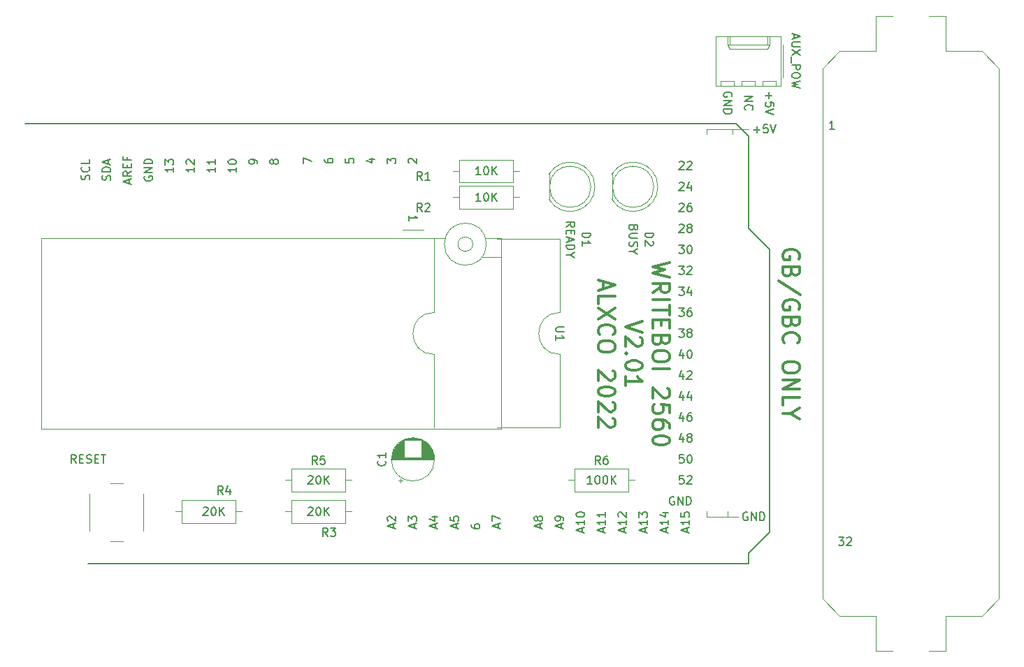
<source format=gbr>
%TF.GenerationSoftware,KiCad,Pcbnew,(5.1.7)-1*%
%TF.CreationDate,2022-07-04T22:32:28-03:00*%
%TF.ProjectId,progshield,70726f67-7368-4696-956c-642e6b696361,rev?*%
%TF.SameCoordinates,Original*%
%TF.FileFunction,Legend,Top*%
%TF.FilePolarity,Positive*%
%FSLAX46Y46*%
G04 Gerber Fmt 4.6, Leading zero omitted, Abs format (unit mm)*
G04 Created by KiCad (PCBNEW (5.1.7)-1) date 2022-07-04 22:32:28*
%MOMM*%
%LPD*%
G01*
G04 APERTURE LIST*
%ADD10C,0.300000*%
%ADD11C,0.120000*%
%ADD12C,0.150000*%
G04 APERTURE END LIST*
D10*
X119965238Y-54944761D02*
X117965238Y-55420952D01*
X119393809Y-55801904D01*
X117965238Y-56182857D01*
X119965238Y-56659047D01*
X117965238Y-58563809D02*
X118917619Y-57897142D01*
X117965238Y-57420952D02*
X119965238Y-57420952D01*
X119965238Y-58182857D01*
X119870000Y-58373333D01*
X119774761Y-58468571D01*
X119584285Y-58563809D01*
X119298571Y-58563809D01*
X119108095Y-58468571D01*
X119012857Y-58373333D01*
X118917619Y-58182857D01*
X118917619Y-57420952D01*
X117965238Y-59420952D02*
X119965238Y-59420952D01*
X119965238Y-60087619D02*
X119965238Y-61230476D01*
X117965238Y-60659047D02*
X119965238Y-60659047D01*
X119012857Y-61897142D02*
X119012857Y-62563809D01*
X117965238Y-62849523D02*
X117965238Y-61897142D01*
X119965238Y-61897142D01*
X119965238Y-62849523D01*
X119012857Y-64373333D02*
X118917619Y-64659047D01*
X118822380Y-64754285D01*
X118631904Y-64849523D01*
X118346190Y-64849523D01*
X118155714Y-64754285D01*
X118060476Y-64659047D01*
X117965238Y-64468571D01*
X117965238Y-63706666D01*
X119965238Y-63706666D01*
X119965238Y-64373333D01*
X119870000Y-64563809D01*
X119774761Y-64659047D01*
X119584285Y-64754285D01*
X119393809Y-64754285D01*
X119203333Y-64659047D01*
X119108095Y-64563809D01*
X119012857Y-64373333D01*
X119012857Y-63706666D01*
X119965238Y-66087619D02*
X119965238Y-66468571D01*
X119870000Y-66659047D01*
X119679523Y-66849523D01*
X119298571Y-66944761D01*
X118631904Y-66944761D01*
X118250952Y-66849523D01*
X118060476Y-66659047D01*
X117965238Y-66468571D01*
X117965238Y-66087619D01*
X118060476Y-65897142D01*
X118250952Y-65706666D01*
X118631904Y-65611428D01*
X119298571Y-65611428D01*
X119679523Y-65706666D01*
X119870000Y-65897142D01*
X119965238Y-66087619D01*
X117965238Y-67801904D02*
X119965238Y-67801904D01*
X119774761Y-70182857D02*
X119870000Y-70278095D01*
X119965238Y-70468571D01*
X119965238Y-70944761D01*
X119870000Y-71135238D01*
X119774761Y-71230476D01*
X119584285Y-71325714D01*
X119393809Y-71325714D01*
X119108095Y-71230476D01*
X117965238Y-70087619D01*
X117965238Y-71325714D01*
X119965238Y-73135238D02*
X119965238Y-72182857D01*
X119012857Y-72087619D01*
X119108095Y-72182857D01*
X119203333Y-72373333D01*
X119203333Y-72849523D01*
X119108095Y-73039999D01*
X119012857Y-73135238D01*
X118822380Y-73230476D01*
X118346190Y-73230476D01*
X118155714Y-73135238D01*
X118060476Y-73039999D01*
X117965238Y-72849523D01*
X117965238Y-72373333D01*
X118060476Y-72182857D01*
X118155714Y-72087619D01*
X119965238Y-74944761D02*
X119965238Y-74563809D01*
X119870000Y-74373333D01*
X119774761Y-74278095D01*
X119489047Y-74087619D01*
X119108095Y-73992380D01*
X118346190Y-73992380D01*
X118155714Y-74087619D01*
X118060476Y-74182857D01*
X117965238Y-74373333D01*
X117965238Y-74754285D01*
X118060476Y-74944761D01*
X118155714Y-75039999D01*
X118346190Y-75135238D01*
X118822380Y-75135238D01*
X119012857Y-75039999D01*
X119108095Y-74944761D01*
X119203333Y-74754285D01*
X119203333Y-74373333D01*
X119108095Y-74182857D01*
X119012857Y-74087619D01*
X118822380Y-73992380D01*
X119965238Y-76373333D02*
X119965238Y-76563809D01*
X119870000Y-76754285D01*
X119774761Y-76849523D01*
X119584285Y-76944761D01*
X119203333Y-77039999D01*
X118727142Y-77039999D01*
X118346190Y-76944761D01*
X118155714Y-76849523D01*
X118060476Y-76754285D01*
X117965238Y-76563809D01*
X117965238Y-76373333D01*
X118060476Y-76182857D01*
X118155714Y-76087619D01*
X118346190Y-75992380D01*
X118727142Y-75897142D01*
X119203333Y-75897142D01*
X119584285Y-75992380D01*
X119774761Y-76087619D01*
X119870000Y-76182857D01*
X119965238Y-76373333D01*
X116665238Y-62040000D02*
X114665238Y-62706666D01*
X116665238Y-63373333D01*
X116474761Y-63944761D02*
X116570000Y-64040000D01*
X116665238Y-64230476D01*
X116665238Y-64706666D01*
X116570000Y-64897142D01*
X116474761Y-64992380D01*
X116284285Y-65087619D01*
X116093809Y-65087619D01*
X115808095Y-64992380D01*
X114665238Y-63849523D01*
X114665238Y-65087619D01*
X114855714Y-65944761D02*
X114760476Y-66040000D01*
X114665238Y-65944761D01*
X114760476Y-65849523D01*
X114855714Y-65944761D01*
X114665238Y-65944761D01*
X116665238Y-67278095D02*
X116665238Y-67468571D01*
X116570000Y-67659047D01*
X116474761Y-67754285D01*
X116284285Y-67849523D01*
X115903333Y-67944761D01*
X115427142Y-67944761D01*
X115046190Y-67849523D01*
X114855714Y-67754285D01*
X114760476Y-67659047D01*
X114665238Y-67468571D01*
X114665238Y-67278095D01*
X114760476Y-67087619D01*
X114855714Y-66992380D01*
X115046190Y-66897142D01*
X115427142Y-66801904D01*
X115903333Y-66801904D01*
X116284285Y-66897142D01*
X116474761Y-66992380D01*
X116570000Y-67087619D01*
X116665238Y-67278095D01*
X114665238Y-69849523D02*
X114665238Y-68706666D01*
X114665238Y-69278095D02*
X116665238Y-69278095D01*
X116379523Y-69087619D01*
X116189047Y-68897142D01*
X116093809Y-68706666D01*
X111936666Y-57182857D02*
X111936666Y-58135238D01*
X111365238Y-56992380D02*
X113365238Y-57659047D01*
X111365238Y-58325714D01*
X111365238Y-59944761D02*
X111365238Y-58992380D01*
X113365238Y-58992380D01*
X113365238Y-60420952D02*
X111365238Y-61754285D01*
X113365238Y-61754285D02*
X111365238Y-60420952D01*
X111555714Y-63659047D02*
X111460476Y-63563809D01*
X111365238Y-63278095D01*
X111365238Y-63087619D01*
X111460476Y-62801904D01*
X111650952Y-62611428D01*
X111841428Y-62516190D01*
X112222380Y-62420952D01*
X112508095Y-62420952D01*
X112889047Y-62516190D01*
X113079523Y-62611428D01*
X113270000Y-62801904D01*
X113365238Y-63087619D01*
X113365238Y-63278095D01*
X113270000Y-63563809D01*
X113174761Y-63659047D01*
X113365238Y-64897142D02*
X113365238Y-65278095D01*
X113270000Y-65468571D01*
X113079523Y-65659047D01*
X112698571Y-65754285D01*
X112031904Y-65754285D01*
X111650952Y-65659047D01*
X111460476Y-65468571D01*
X111365238Y-65278095D01*
X111365238Y-64897142D01*
X111460476Y-64706666D01*
X111650952Y-64516190D01*
X112031904Y-64420952D01*
X112698571Y-64420952D01*
X113079523Y-64516190D01*
X113270000Y-64706666D01*
X113365238Y-64897142D01*
X113174761Y-68040000D02*
X113270000Y-68135238D01*
X113365238Y-68325714D01*
X113365238Y-68801904D01*
X113270000Y-68992380D01*
X113174761Y-69087619D01*
X112984285Y-69182857D01*
X112793809Y-69182857D01*
X112508095Y-69087619D01*
X111365238Y-67944761D01*
X111365238Y-69182857D01*
X113365238Y-70420952D02*
X113365238Y-70611428D01*
X113270000Y-70801904D01*
X113174761Y-70897142D01*
X112984285Y-70992380D01*
X112603333Y-71087619D01*
X112127142Y-71087619D01*
X111746190Y-70992380D01*
X111555714Y-70897142D01*
X111460476Y-70801904D01*
X111365238Y-70611428D01*
X111365238Y-70420952D01*
X111460476Y-70230476D01*
X111555714Y-70135238D01*
X111746190Y-70040000D01*
X112127142Y-69944761D01*
X112603333Y-69944761D01*
X112984285Y-70040000D01*
X113174761Y-70135238D01*
X113270000Y-70230476D01*
X113365238Y-70420952D01*
X113174761Y-71849523D02*
X113270000Y-71944761D01*
X113365238Y-72135238D01*
X113365238Y-72611428D01*
X113270000Y-72801904D01*
X113174761Y-72897142D01*
X112984285Y-72992380D01*
X112793809Y-72992380D01*
X112508095Y-72897142D01*
X111365238Y-71754285D01*
X111365238Y-72992380D01*
X113174761Y-73754285D02*
X113270000Y-73849523D01*
X113365238Y-74040000D01*
X113365238Y-74516190D01*
X113270000Y-74706666D01*
X113174761Y-74801904D01*
X112984285Y-74897142D01*
X112793809Y-74897142D01*
X112508095Y-74801904D01*
X111365238Y-73659047D01*
X111365238Y-74897142D01*
X135620000Y-54452380D02*
X135715238Y-54261904D01*
X135715238Y-53976190D01*
X135620000Y-53690476D01*
X135429523Y-53500000D01*
X135239047Y-53404761D01*
X134858095Y-53309523D01*
X134572380Y-53309523D01*
X134191428Y-53404761D01*
X134000952Y-53500000D01*
X133810476Y-53690476D01*
X133715238Y-53976190D01*
X133715238Y-54166666D01*
X133810476Y-54452380D01*
X133905714Y-54547619D01*
X134572380Y-54547619D01*
X134572380Y-54166666D01*
X134762857Y-56071428D02*
X134667619Y-56357142D01*
X134572380Y-56452380D01*
X134381904Y-56547619D01*
X134096190Y-56547619D01*
X133905714Y-56452380D01*
X133810476Y-56357142D01*
X133715238Y-56166666D01*
X133715238Y-55404761D01*
X135715238Y-55404761D01*
X135715238Y-56071428D01*
X135620000Y-56261904D01*
X135524761Y-56357142D01*
X135334285Y-56452380D01*
X135143809Y-56452380D01*
X134953333Y-56357142D01*
X134858095Y-56261904D01*
X134762857Y-56071428D01*
X134762857Y-55404761D01*
X135810476Y-58833333D02*
X133239047Y-57119047D01*
X135620000Y-60547619D02*
X135715238Y-60357142D01*
X135715238Y-60071428D01*
X135620000Y-59785714D01*
X135429523Y-59595238D01*
X135239047Y-59500000D01*
X134858095Y-59404761D01*
X134572380Y-59404761D01*
X134191428Y-59500000D01*
X134000952Y-59595238D01*
X133810476Y-59785714D01*
X133715238Y-60071428D01*
X133715238Y-60261904D01*
X133810476Y-60547619D01*
X133905714Y-60642857D01*
X134572380Y-60642857D01*
X134572380Y-60261904D01*
X134762857Y-62166666D02*
X134667619Y-62452380D01*
X134572380Y-62547619D01*
X134381904Y-62642857D01*
X134096190Y-62642857D01*
X133905714Y-62547619D01*
X133810476Y-62452380D01*
X133715238Y-62261904D01*
X133715238Y-61500000D01*
X135715238Y-61500000D01*
X135715238Y-62166666D01*
X135620000Y-62357142D01*
X135524761Y-62452380D01*
X135334285Y-62547619D01*
X135143809Y-62547619D01*
X134953333Y-62452380D01*
X134858095Y-62357142D01*
X134762857Y-62166666D01*
X134762857Y-61500000D01*
X133905714Y-64642857D02*
X133810476Y-64547619D01*
X133715238Y-64261904D01*
X133715238Y-64071428D01*
X133810476Y-63785714D01*
X134000952Y-63595238D01*
X134191428Y-63500000D01*
X134572380Y-63404761D01*
X134858095Y-63404761D01*
X135239047Y-63500000D01*
X135429523Y-63595238D01*
X135620000Y-63785714D01*
X135715238Y-64071428D01*
X135715238Y-64261904D01*
X135620000Y-64547619D01*
X135524761Y-64642857D01*
X135715238Y-67404761D02*
X135715238Y-67785714D01*
X135620000Y-67976190D01*
X135429523Y-68166666D01*
X135048571Y-68261904D01*
X134381904Y-68261904D01*
X134000952Y-68166666D01*
X133810476Y-67976190D01*
X133715238Y-67785714D01*
X133715238Y-67404761D01*
X133810476Y-67214285D01*
X134000952Y-67023809D01*
X134381904Y-66928571D01*
X135048571Y-66928571D01*
X135429523Y-67023809D01*
X135620000Y-67214285D01*
X135715238Y-67404761D01*
X133715238Y-69119047D02*
X135715238Y-69119047D01*
X133715238Y-70261904D01*
X135715238Y-70261904D01*
X133715238Y-72166666D02*
X133715238Y-71214285D01*
X135715238Y-71214285D01*
X134667619Y-73214285D02*
X133715238Y-73214285D01*
X135715238Y-72547619D02*
X134667619Y-73214285D01*
X135715238Y-73880952D01*
D11*
X127000000Y-85090000D02*
X127000000Y-85725000D01*
X124460000Y-85725000D02*
X128270000Y-85725000D01*
X124460000Y-85090000D02*
X124460000Y-85725000D01*
D12*
X127500000Y-34798095D02*
X127547619Y-34702857D01*
X127547619Y-34560000D01*
X127500000Y-34417142D01*
X127404761Y-34321904D01*
X127309523Y-34274285D01*
X127119047Y-34226666D01*
X126976190Y-34226666D01*
X126785714Y-34274285D01*
X126690476Y-34321904D01*
X126595238Y-34417142D01*
X126547619Y-34560000D01*
X126547619Y-34655238D01*
X126595238Y-34798095D01*
X126642857Y-34845714D01*
X126976190Y-34845714D01*
X126976190Y-34655238D01*
X126547619Y-35274285D02*
X127547619Y-35274285D01*
X126547619Y-35845714D01*
X127547619Y-35845714D01*
X126547619Y-36321904D02*
X127547619Y-36321904D01*
X127547619Y-36560000D01*
X127500000Y-36702857D01*
X127404761Y-36798095D01*
X127309523Y-36845714D01*
X127119047Y-36893333D01*
X126976190Y-36893333D01*
X126785714Y-36845714D01*
X126690476Y-36798095D01*
X126595238Y-36702857D01*
X126547619Y-36560000D01*
X126547619Y-36321904D01*
X129087619Y-34774285D02*
X130087619Y-34774285D01*
X129087619Y-35345714D01*
X130087619Y-35345714D01*
X129182857Y-36393333D02*
X129135238Y-36345714D01*
X129087619Y-36202857D01*
X129087619Y-36107619D01*
X129135238Y-35964761D01*
X129230476Y-35869523D01*
X129325714Y-35821904D01*
X129516190Y-35774285D01*
X129659047Y-35774285D01*
X129849523Y-35821904D01*
X129944761Y-35869523D01*
X130040000Y-35964761D01*
X130087619Y-36107619D01*
X130087619Y-36202857D01*
X130040000Y-36345714D01*
X129992380Y-36393333D01*
X132008571Y-34274285D02*
X132008571Y-35036190D01*
X131627619Y-34655238D02*
X132389523Y-34655238D01*
X132627619Y-35988571D02*
X132627619Y-35512380D01*
X132151428Y-35464761D01*
X132199047Y-35512380D01*
X132246666Y-35607619D01*
X132246666Y-35845714D01*
X132199047Y-35940952D01*
X132151428Y-35988571D01*
X132056190Y-36036190D01*
X131818095Y-36036190D01*
X131722857Y-35988571D01*
X131675238Y-35940952D01*
X131627619Y-35845714D01*
X131627619Y-35607619D01*
X131675238Y-35512380D01*
X131722857Y-35464761D01*
X132627619Y-36321904D02*
X131627619Y-36655238D01*
X132627619Y-36988571D01*
X135088333Y-27265714D02*
X135088333Y-27741904D01*
X134802619Y-27170476D02*
X135802619Y-27503809D01*
X134802619Y-27837142D01*
X135802619Y-28170476D02*
X134993095Y-28170476D01*
X134897857Y-28218095D01*
X134850238Y-28265714D01*
X134802619Y-28360952D01*
X134802619Y-28551428D01*
X134850238Y-28646666D01*
X134897857Y-28694285D01*
X134993095Y-28741904D01*
X135802619Y-28741904D01*
X135802619Y-29122857D02*
X134802619Y-29789523D01*
X135802619Y-29789523D02*
X134802619Y-29122857D01*
X134707380Y-29932380D02*
X134707380Y-30694285D01*
X134802619Y-30932380D02*
X135802619Y-30932380D01*
X135802619Y-31313333D01*
X135755000Y-31408571D01*
X135707380Y-31456190D01*
X135612142Y-31503809D01*
X135469285Y-31503809D01*
X135374047Y-31456190D01*
X135326428Y-31408571D01*
X135278809Y-31313333D01*
X135278809Y-30932380D01*
X135802619Y-32122857D02*
X135802619Y-32313333D01*
X135755000Y-32408571D01*
X135659761Y-32503809D01*
X135469285Y-32551428D01*
X135135952Y-32551428D01*
X134945476Y-32503809D01*
X134850238Y-32408571D01*
X134802619Y-32313333D01*
X134802619Y-32122857D01*
X134850238Y-32027619D01*
X134945476Y-31932380D01*
X135135952Y-31884761D01*
X135469285Y-31884761D01*
X135659761Y-31932380D01*
X135755000Y-32027619D01*
X135802619Y-32122857D01*
X135802619Y-32884761D02*
X134802619Y-33122857D01*
X135516904Y-33313333D01*
X134802619Y-33503809D01*
X135802619Y-33741904D01*
X95972380Y-86677523D02*
X95972380Y-86868000D01*
X96020000Y-86963238D01*
X96067619Y-87010857D01*
X96210476Y-87106095D01*
X96400952Y-87153714D01*
X96781904Y-87153714D01*
X96877142Y-87106095D01*
X96924761Y-87058476D01*
X96972380Y-86963238D01*
X96972380Y-86772761D01*
X96924761Y-86677523D01*
X96877142Y-86629904D01*
X96781904Y-86582285D01*
X96543809Y-86582285D01*
X96448571Y-86629904D01*
X96400952Y-86677523D01*
X96353333Y-86772761D01*
X96353333Y-86963238D01*
X96400952Y-87058476D01*
X96448571Y-87106095D01*
X96543809Y-87153714D01*
X49680761Y-44878476D02*
X49728380Y-44735619D01*
X49728380Y-44497523D01*
X49680761Y-44402285D01*
X49633142Y-44354666D01*
X49537904Y-44307047D01*
X49442666Y-44307047D01*
X49347428Y-44354666D01*
X49299809Y-44402285D01*
X49252190Y-44497523D01*
X49204571Y-44688000D01*
X49156952Y-44783238D01*
X49109333Y-44830857D01*
X49014095Y-44878476D01*
X48918857Y-44878476D01*
X48823619Y-44830857D01*
X48776000Y-44783238D01*
X48728380Y-44688000D01*
X48728380Y-44449904D01*
X48776000Y-44307047D01*
X49633142Y-43307047D02*
X49680761Y-43354666D01*
X49728380Y-43497523D01*
X49728380Y-43592761D01*
X49680761Y-43735619D01*
X49585523Y-43830857D01*
X49490285Y-43878476D01*
X49299809Y-43926095D01*
X49156952Y-43926095D01*
X48966476Y-43878476D01*
X48871238Y-43830857D01*
X48776000Y-43735619D01*
X48728380Y-43592761D01*
X48728380Y-43497523D01*
X48776000Y-43354666D01*
X48823619Y-43307047D01*
X49728380Y-42402285D02*
X49728380Y-42878476D01*
X48728380Y-42878476D01*
X52220761Y-44902285D02*
X52268380Y-44759428D01*
X52268380Y-44521333D01*
X52220761Y-44426095D01*
X52173142Y-44378476D01*
X52077904Y-44330857D01*
X51982666Y-44330857D01*
X51887428Y-44378476D01*
X51839809Y-44426095D01*
X51792190Y-44521333D01*
X51744571Y-44711809D01*
X51696952Y-44807047D01*
X51649333Y-44854666D01*
X51554095Y-44902285D01*
X51458857Y-44902285D01*
X51363619Y-44854666D01*
X51316000Y-44807047D01*
X51268380Y-44711809D01*
X51268380Y-44473714D01*
X51316000Y-44330857D01*
X52268380Y-43902285D02*
X51268380Y-43902285D01*
X51268380Y-43664190D01*
X51316000Y-43521333D01*
X51411238Y-43426095D01*
X51506476Y-43378476D01*
X51696952Y-43330857D01*
X51839809Y-43330857D01*
X52030285Y-43378476D01*
X52125523Y-43426095D01*
X52220761Y-43521333D01*
X52268380Y-43664190D01*
X52268380Y-43902285D01*
X51982666Y-42949904D02*
X51982666Y-42473714D01*
X52268380Y-43045142D02*
X51268380Y-42711809D01*
X52268380Y-42378476D01*
X54522666Y-45307047D02*
X54522666Y-44830857D01*
X54808380Y-45402285D02*
X53808380Y-45068952D01*
X54808380Y-44735619D01*
X54808380Y-43830857D02*
X54332190Y-44164190D01*
X54808380Y-44402285D02*
X53808380Y-44402285D01*
X53808380Y-44021333D01*
X53856000Y-43926095D01*
X53903619Y-43878476D01*
X53998857Y-43830857D01*
X54141714Y-43830857D01*
X54236952Y-43878476D01*
X54284571Y-43926095D01*
X54332190Y-44021333D01*
X54332190Y-44402285D01*
X54284571Y-43402285D02*
X54284571Y-43068952D01*
X54808380Y-42926095D02*
X54808380Y-43402285D01*
X53808380Y-43402285D01*
X53808380Y-42926095D01*
X54284571Y-42164190D02*
X54284571Y-42497523D01*
X54808380Y-42497523D02*
X53808380Y-42497523D01*
X53808380Y-42021333D01*
X56396000Y-44449904D02*
X56348380Y-44545142D01*
X56348380Y-44688000D01*
X56396000Y-44830857D01*
X56491238Y-44926095D01*
X56586476Y-44973714D01*
X56776952Y-45021333D01*
X56919809Y-45021333D01*
X57110285Y-44973714D01*
X57205523Y-44926095D01*
X57300761Y-44830857D01*
X57348380Y-44688000D01*
X57348380Y-44592761D01*
X57300761Y-44449904D01*
X57253142Y-44402285D01*
X56919809Y-44402285D01*
X56919809Y-44592761D01*
X57348380Y-43973714D02*
X56348380Y-43973714D01*
X57348380Y-43402285D01*
X56348380Y-43402285D01*
X57348380Y-42926095D02*
X56348380Y-42926095D01*
X56348380Y-42688000D01*
X56396000Y-42545142D01*
X56491238Y-42449904D01*
X56586476Y-42402285D01*
X56776952Y-42354666D01*
X56919809Y-42354666D01*
X57110285Y-42402285D01*
X57205523Y-42449904D01*
X57300761Y-42545142D01*
X57348380Y-42688000D01*
X57348380Y-42926095D01*
X59888380Y-43370476D02*
X59888380Y-43941904D01*
X59888380Y-43656190D02*
X58888380Y-43656190D01*
X59031238Y-43751428D01*
X59126476Y-43846666D01*
X59174095Y-43941904D01*
X58888380Y-43037142D02*
X58888380Y-42418095D01*
X59269333Y-42751428D01*
X59269333Y-42608571D01*
X59316952Y-42513333D01*
X59364571Y-42465714D01*
X59459809Y-42418095D01*
X59697904Y-42418095D01*
X59793142Y-42465714D01*
X59840761Y-42513333D01*
X59888380Y-42608571D01*
X59888380Y-42894285D01*
X59840761Y-42989523D01*
X59793142Y-43037142D01*
X62428380Y-43370476D02*
X62428380Y-43941904D01*
X62428380Y-43656190D02*
X61428380Y-43656190D01*
X61571238Y-43751428D01*
X61666476Y-43846666D01*
X61714095Y-43941904D01*
X61523619Y-42989523D02*
X61476000Y-42941904D01*
X61428380Y-42846666D01*
X61428380Y-42608571D01*
X61476000Y-42513333D01*
X61523619Y-42465714D01*
X61618857Y-42418095D01*
X61714095Y-42418095D01*
X61856952Y-42465714D01*
X62428380Y-43037142D01*
X62428380Y-42418095D01*
X64968380Y-43370476D02*
X64968380Y-43941904D01*
X64968380Y-43656190D02*
X63968380Y-43656190D01*
X64111238Y-43751428D01*
X64206476Y-43846666D01*
X64254095Y-43941904D01*
X64968380Y-42418095D02*
X64968380Y-42989523D01*
X64968380Y-42703809D02*
X63968380Y-42703809D01*
X64111238Y-42799047D01*
X64206476Y-42894285D01*
X64254095Y-42989523D01*
X67508380Y-43370476D02*
X67508380Y-43941904D01*
X67508380Y-43656190D02*
X66508380Y-43656190D01*
X66651238Y-43751428D01*
X66746476Y-43846666D01*
X66794095Y-43941904D01*
X66508380Y-42751428D02*
X66508380Y-42656190D01*
X66556000Y-42560952D01*
X66603619Y-42513333D01*
X66698857Y-42465714D01*
X66889333Y-42418095D01*
X67127428Y-42418095D01*
X67317904Y-42465714D01*
X67413142Y-42513333D01*
X67460761Y-42560952D01*
X67508380Y-42656190D01*
X67508380Y-42751428D01*
X67460761Y-42846666D01*
X67413142Y-42894285D01*
X67317904Y-42941904D01*
X67127428Y-42989523D01*
X66889333Y-42989523D01*
X66698857Y-42941904D01*
X66603619Y-42894285D01*
X66556000Y-42846666D01*
X66508380Y-42751428D01*
X70048380Y-42862476D02*
X70048380Y-42672000D01*
X70000761Y-42576761D01*
X69953142Y-42529142D01*
X69810285Y-42433904D01*
X69619809Y-42386285D01*
X69238857Y-42386285D01*
X69143619Y-42433904D01*
X69096000Y-42481523D01*
X69048380Y-42576761D01*
X69048380Y-42767238D01*
X69096000Y-42862476D01*
X69143619Y-42910095D01*
X69238857Y-42957714D01*
X69476952Y-42957714D01*
X69572190Y-42910095D01*
X69619809Y-42862476D01*
X69667428Y-42767238D01*
X69667428Y-42576761D01*
X69619809Y-42481523D01*
X69572190Y-42433904D01*
X69476952Y-42386285D01*
X72016952Y-42767238D02*
X71969333Y-42862476D01*
X71921714Y-42910095D01*
X71826476Y-42957714D01*
X71778857Y-42957714D01*
X71683619Y-42910095D01*
X71636000Y-42862476D01*
X71588380Y-42767238D01*
X71588380Y-42576761D01*
X71636000Y-42481523D01*
X71683619Y-42433904D01*
X71778857Y-42386285D01*
X71826476Y-42386285D01*
X71921714Y-42433904D01*
X71969333Y-42481523D01*
X72016952Y-42576761D01*
X72016952Y-42767238D01*
X72064571Y-42862476D01*
X72112190Y-42910095D01*
X72207428Y-42957714D01*
X72397904Y-42957714D01*
X72493142Y-42910095D01*
X72540761Y-42862476D01*
X72588380Y-42767238D01*
X72588380Y-42576761D01*
X72540761Y-42481523D01*
X72493142Y-42433904D01*
X72397904Y-42386285D01*
X72207428Y-42386285D01*
X72112190Y-42433904D01*
X72064571Y-42481523D01*
X72016952Y-42576761D01*
X140450476Y-88197380D02*
X141069523Y-88197380D01*
X140736190Y-88578333D01*
X140879047Y-88578333D01*
X140974285Y-88625952D01*
X141021904Y-88673571D01*
X141069523Y-88768809D01*
X141069523Y-89006904D01*
X141021904Y-89102142D01*
X140974285Y-89149761D01*
X140879047Y-89197380D01*
X140593333Y-89197380D01*
X140498095Y-89149761D01*
X140450476Y-89102142D01*
X141450476Y-88292619D02*
X141498095Y-88245000D01*
X141593333Y-88197380D01*
X141831428Y-88197380D01*
X141926666Y-88245000D01*
X141974285Y-88292619D01*
X142021904Y-88387857D01*
X142021904Y-88483095D01*
X141974285Y-88625952D01*
X141402857Y-89197380D01*
X142021904Y-89197380D01*
X139945714Y-38707380D02*
X139374285Y-38707380D01*
X139660000Y-38707380D02*
X139660000Y-37707380D01*
X139564761Y-37850238D01*
X139469523Y-37945476D01*
X139374285Y-37993095D01*
X110593333Y-81732380D02*
X110021904Y-81732380D01*
X110307619Y-81732380D02*
X110307619Y-80732380D01*
X110212380Y-80875238D01*
X110117142Y-80970476D01*
X110021904Y-81018095D01*
X111212380Y-80732380D02*
X111307619Y-80732380D01*
X111402857Y-80780000D01*
X111450476Y-80827619D01*
X111498095Y-80922857D01*
X111545714Y-81113333D01*
X111545714Y-81351428D01*
X111498095Y-81541904D01*
X111450476Y-81637142D01*
X111402857Y-81684761D01*
X111307619Y-81732380D01*
X111212380Y-81732380D01*
X111117142Y-81684761D01*
X111069523Y-81637142D01*
X111021904Y-81541904D01*
X110974285Y-81351428D01*
X110974285Y-81113333D01*
X111021904Y-80922857D01*
X111069523Y-80827619D01*
X111117142Y-80780000D01*
X111212380Y-80732380D01*
X112164761Y-80732380D02*
X112260000Y-80732380D01*
X112355238Y-80780000D01*
X112402857Y-80827619D01*
X112450476Y-80922857D01*
X112498095Y-81113333D01*
X112498095Y-81351428D01*
X112450476Y-81541904D01*
X112402857Y-81637142D01*
X112355238Y-81684761D01*
X112260000Y-81732380D01*
X112164761Y-81732380D01*
X112069523Y-81684761D01*
X112021904Y-81637142D01*
X111974285Y-81541904D01*
X111926666Y-81351428D01*
X111926666Y-81113333D01*
X111974285Y-80922857D01*
X112021904Y-80827619D01*
X112069523Y-80780000D01*
X112164761Y-80732380D01*
X112926666Y-81732380D02*
X112926666Y-80732380D01*
X113498095Y-81732380D02*
X113069523Y-81160952D01*
X113498095Y-80732380D02*
X112926666Y-81303809D01*
X86526666Y-87074285D02*
X86526666Y-86598095D01*
X86812380Y-87169523D02*
X85812380Y-86836190D01*
X86812380Y-86502857D01*
X85907619Y-86217142D02*
X85860000Y-86169523D01*
X85812380Y-86074285D01*
X85812380Y-85836190D01*
X85860000Y-85740952D01*
X85907619Y-85693333D01*
X86002857Y-85645714D01*
X86098095Y-85645714D01*
X86240952Y-85693333D01*
X86812380Y-86264761D01*
X86812380Y-85645714D01*
X89066666Y-87074285D02*
X89066666Y-86598095D01*
X89352380Y-87169523D02*
X88352380Y-86836190D01*
X89352380Y-86502857D01*
X88352380Y-86264761D02*
X88352380Y-85645714D01*
X88733333Y-85979047D01*
X88733333Y-85836190D01*
X88780952Y-85740952D01*
X88828571Y-85693333D01*
X88923809Y-85645714D01*
X89161904Y-85645714D01*
X89257142Y-85693333D01*
X89304761Y-85740952D01*
X89352380Y-85836190D01*
X89352380Y-86121904D01*
X89304761Y-86217142D01*
X89257142Y-86264761D01*
X91606666Y-87074285D02*
X91606666Y-86598095D01*
X91892380Y-87169523D02*
X90892380Y-86836190D01*
X91892380Y-86502857D01*
X91225714Y-85740952D02*
X91892380Y-85740952D01*
X90844761Y-85979047D02*
X91559047Y-86217142D01*
X91559047Y-85598095D01*
X94146666Y-87074285D02*
X94146666Y-86598095D01*
X94432380Y-87169523D02*
X93432380Y-86836190D01*
X94432380Y-86502857D01*
X93432380Y-85693333D02*
X93432380Y-86169523D01*
X93908571Y-86217142D01*
X93860952Y-86169523D01*
X93813333Y-86074285D01*
X93813333Y-85836190D01*
X93860952Y-85740952D01*
X93908571Y-85693333D01*
X94003809Y-85645714D01*
X94241904Y-85645714D01*
X94337142Y-85693333D01*
X94384761Y-85740952D01*
X94432380Y-85836190D01*
X94432380Y-86074285D01*
X94384761Y-86169523D01*
X94337142Y-86217142D01*
X99226666Y-87074285D02*
X99226666Y-86598095D01*
X99512380Y-87169523D02*
X98512380Y-86836190D01*
X99512380Y-86502857D01*
X98512380Y-86264761D02*
X98512380Y-85598095D01*
X99512380Y-86026666D01*
X104306666Y-87074285D02*
X104306666Y-86598095D01*
X104592380Y-87169523D02*
X103592380Y-86836190D01*
X104592380Y-86502857D01*
X104020952Y-86026666D02*
X103973333Y-86121904D01*
X103925714Y-86169523D01*
X103830476Y-86217142D01*
X103782857Y-86217142D01*
X103687619Y-86169523D01*
X103640000Y-86121904D01*
X103592380Y-86026666D01*
X103592380Y-85836190D01*
X103640000Y-85740952D01*
X103687619Y-85693333D01*
X103782857Y-85645714D01*
X103830476Y-85645714D01*
X103925714Y-85693333D01*
X103973333Y-85740952D01*
X104020952Y-85836190D01*
X104020952Y-86026666D01*
X104068571Y-86121904D01*
X104116190Y-86169523D01*
X104211428Y-86217142D01*
X104401904Y-86217142D01*
X104497142Y-86169523D01*
X104544761Y-86121904D01*
X104592380Y-86026666D01*
X104592380Y-85836190D01*
X104544761Y-85740952D01*
X104497142Y-85693333D01*
X104401904Y-85645714D01*
X104211428Y-85645714D01*
X104116190Y-85693333D01*
X104068571Y-85740952D01*
X104020952Y-85836190D01*
X106846666Y-87074285D02*
X106846666Y-86598095D01*
X107132380Y-87169523D02*
X106132380Y-86836190D01*
X107132380Y-86502857D01*
X107132380Y-86121904D02*
X107132380Y-85931428D01*
X107084761Y-85836190D01*
X107037142Y-85788571D01*
X106894285Y-85693333D01*
X106703809Y-85645714D01*
X106322857Y-85645714D01*
X106227619Y-85693333D01*
X106180000Y-85740952D01*
X106132380Y-85836190D01*
X106132380Y-86026666D01*
X106180000Y-86121904D01*
X106227619Y-86169523D01*
X106322857Y-86217142D01*
X106560952Y-86217142D01*
X106656190Y-86169523D01*
X106703809Y-86121904D01*
X106751428Y-86026666D01*
X106751428Y-85836190D01*
X106703809Y-85740952D01*
X106656190Y-85693333D01*
X106560952Y-85645714D01*
X109386666Y-87550476D02*
X109386666Y-87074285D01*
X109672380Y-87645714D02*
X108672380Y-87312380D01*
X109672380Y-86979047D01*
X109672380Y-86121904D02*
X109672380Y-86693333D01*
X109672380Y-86407619D02*
X108672380Y-86407619D01*
X108815238Y-86502857D01*
X108910476Y-86598095D01*
X108958095Y-86693333D01*
X108672380Y-85502857D02*
X108672380Y-85407619D01*
X108720000Y-85312380D01*
X108767619Y-85264761D01*
X108862857Y-85217142D01*
X109053333Y-85169523D01*
X109291428Y-85169523D01*
X109481904Y-85217142D01*
X109577142Y-85264761D01*
X109624761Y-85312380D01*
X109672380Y-85407619D01*
X109672380Y-85502857D01*
X109624761Y-85598095D01*
X109577142Y-85645714D01*
X109481904Y-85693333D01*
X109291428Y-85740952D01*
X109053333Y-85740952D01*
X108862857Y-85693333D01*
X108767619Y-85645714D01*
X108720000Y-85598095D01*
X108672380Y-85502857D01*
X111926666Y-87550476D02*
X111926666Y-87074285D01*
X112212380Y-87645714D02*
X111212380Y-87312380D01*
X112212380Y-86979047D01*
X112212380Y-86121904D02*
X112212380Y-86693333D01*
X112212380Y-86407619D02*
X111212380Y-86407619D01*
X111355238Y-86502857D01*
X111450476Y-86598095D01*
X111498095Y-86693333D01*
X112212380Y-85169523D02*
X112212380Y-85740952D01*
X112212380Y-85455238D02*
X111212380Y-85455238D01*
X111355238Y-85550476D01*
X111450476Y-85645714D01*
X111498095Y-85740952D01*
X114466666Y-87550476D02*
X114466666Y-87074285D01*
X114752380Y-87645714D02*
X113752380Y-87312380D01*
X114752380Y-86979047D01*
X114752380Y-86121904D02*
X114752380Y-86693333D01*
X114752380Y-86407619D02*
X113752380Y-86407619D01*
X113895238Y-86502857D01*
X113990476Y-86598095D01*
X114038095Y-86693333D01*
X113847619Y-85740952D02*
X113800000Y-85693333D01*
X113752380Y-85598095D01*
X113752380Y-85360000D01*
X113800000Y-85264761D01*
X113847619Y-85217142D01*
X113942857Y-85169523D01*
X114038095Y-85169523D01*
X114180952Y-85217142D01*
X114752380Y-85788571D01*
X114752380Y-85169523D01*
X117006666Y-87550476D02*
X117006666Y-87074285D01*
X117292380Y-87645714D02*
X116292380Y-87312380D01*
X117292380Y-86979047D01*
X117292380Y-86121904D02*
X117292380Y-86693333D01*
X117292380Y-86407619D02*
X116292380Y-86407619D01*
X116435238Y-86502857D01*
X116530476Y-86598095D01*
X116578095Y-86693333D01*
X116292380Y-85788571D02*
X116292380Y-85169523D01*
X116673333Y-85502857D01*
X116673333Y-85360000D01*
X116720952Y-85264761D01*
X116768571Y-85217142D01*
X116863809Y-85169523D01*
X117101904Y-85169523D01*
X117197142Y-85217142D01*
X117244761Y-85264761D01*
X117292380Y-85360000D01*
X117292380Y-85645714D01*
X117244761Y-85740952D01*
X117197142Y-85788571D01*
X119546666Y-87550476D02*
X119546666Y-87074285D01*
X119832380Y-87645714D02*
X118832380Y-87312380D01*
X119832380Y-86979047D01*
X119832380Y-86121904D02*
X119832380Y-86693333D01*
X119832380Y-86407619D02*
X118832380Y-86407619D01*
X118975238Y-86502857D01*
X119070476Y-86598095D01*
X119118095Y-86693333D01*
X119165714Y-85264761D02*
X119832380Y-85264761D01*
X118784761Y-85502857D02*
X119499047Y-85740952D01*
X119499047Y-85121904D01*
X122086666Y-87550476D02*
X122086666Y-87074285D01*
X122372380Y-87645714D02*
X121372380Y-87312380D01*
X122372380Y-86979047D01*
X122372380Y-86121904D02*
X122372380Y-86693333D01*
X122372380Y-86407619D02*
X121372380Y-86407619D01*
X121515238Y-86502857D01*
X121610476Y-86598095D01*
X121658095Y-86693333D01*
X121372380Y-85217142D02*
X121372380Y-85693333D01*
X121848571Y-85740952D01*
X121800952Y-85693333D01*
X121753333Y-85598095D01*
X121753333Y-85360000D01*
X121800952Y-85264761D01*
X121848571Y-85217142D01*
X121943809Y-85169523D01*
X122181904Y-85169523D01*
X122277142Y-85217142D01*
X122324761Y-85264761D01*
X122372380Y-85360000D01*
X122372380Y-85598095D01*
X122324761Y-85693333D01*
X122277142Y-85740952D01*
X97099523Y-47442380D02*
X96528095Y-47442380D01*
X96813809Y-47442380D02*
X96813809Y-46442380D01*
X96718571Y-46585238D01*
X96623333Y-46680476D01*
X96528095Y-46728095D01*
X97718571Y-46442380D02*
X97813809Y-46442380D01*
X97909047Y-46490000D01*
X97956666Y-46537619D01*
X98004285Y-46632857D01*
X98051904Y-46823333D01*
X98051904Y-47061428D01*
X98004285Y-47251904D01*
X97956666Y-47347142D01*
X97909047Y-47394761D01*
X97813809Y-47442380D01*
X97718571Y-47442380D01*
X97623333Y-47394761D01*
X97575714Y-47347142D01*
X97528095Y-47251904D01*
X97480476Y-47061428D01*
X97480476Y-46823333D01*
X97528095Y-46632857D01*
X97575714Y-46537619D01*
X97623333Y-46490000D01*
X97718571Y-46442380D01*
X98480476Y-47442380D02*
X98480476Y-46442380D01*
X99051904Y-47442380D02*
X98623333Y-46870952D01*
X99051904Y-46442380D02*
X98480476Y-47013809D01*
X97099523Y-44267380D02*
X96528095Y-44267380D01*
X96813809Y-44267380D02*
X96813809Y-43267380D01*
X96718571Y-43410238D01*
X96623333Y-43505476D01*
X96528095Y-43553095D01*
X97718571Y-43267380D02*
X97813809Y-43267380D01*
X97909047Y-43315000D01*
X97956666Y-43362619D01*
X98004285Y-43457857D01*
X98051904Y-43648333D01*
X98051904Y-43886428D01*
X98004285Y-44076904D01*
X97956666Y-44172142D01*
X97909047Y-44219761D01*
X97813809Y-44267380D01*
X97718571Y-44267380D01*
X97623333Y-44219761D01*
X97575714Y-44172142D01*
X97528095Y-44076904D01*
X97480476Y-43886428D01*
X97480476Y-43648333D01*
X97528095Y-43457857D01*
X97575714Y-43362619D01*
X97623333Y-43315000D01*
X97718571Y-43267380D01*
X98480476Y-44267380D02*
X98480476Y-43267380D01*
X99051904Y-44267380D02*
X98623333Y-43695952D01*
X99051904Y-43267380D02*
X98480476Y-43838809D01*
X75652380Y-42878333D02*
X75652380Y-42211666D01*
X76652380Y-42640238D01*
X107497619Y-50570000D02*
X107973809Y-50236666D01*
X107497619Y-49998571D02*
X108497619Y-49998571D01*
X108497619Y-50379523D01*
X108450000Y-50474761D01*
X108402380Y-50522380D01*
X108307142Y-50570000D01*
X108164285Y-50570000D01*
X108069047Y-50522380D01*
X108021428Y-50474761D01*
X107973809Y-50379523D01*
X107973809Y-49998571D01*
X108021428Y-50998571D02*
X108021428Y-51331904D01*
X107497619Y-51474761D02*
X107497619Y-50998571D01*
X108497619Y-50998571D01*
X108497619Y-51474761D01*
X107783333Y-51855714D02*
X107783333Y-52331904D01*
X107497619Y-51760476D02*
X108497619Y-52093809D01*
X107497619Y-52427142D01*
X107497619Y-52760476D02*
X108497619Y-52760476D01*
X108497619Y-52998571D01*
X108450000Y-53141428D01*
X108354761Y-53236666D01*
X108259523Y-53284285D01*
X108069047Y-53331904D01*
X107926190Y-53331904D01*
X107735714Y-53284285D01*
X107640476Y-53236666D01*
X107545238Y-53141428D01*
X107497619Y-52998571D01*
X107497619Y-52760476D01*
X107973809Y-53950952D02*
X107497619Y-53950952D01*
X108497619Y-53617619D02*
X107973809Y-53950952D01*
X108497619Y-54284285D01*
X115641428Y-50712857D02*
X115593809Y-50855714D01*
X115546190Y-50903333D01*
X115450952Y-50950952D01*
X115308095Y-50950952D01*
X115212857Y-50903333D01*
X115165238Y-50855714D01*
X115117619Y-50760476D01*
X115117619Y-50379523D01*
X116117619Y-50379523D01*
X116117619Y-50712857D01*
X116070000Y-50808095D01*
X116022380Y-50855714D01*
X115927142Y-50903333D01*
X115831904Y-50903333D01*
X115736666Y-50855714D01*
X115689047Y-50808095D01*
X115641428Y-50712857D01*
X115641428Y-50379523D01*
X116117619Y-51379523D02*
X115308095Y-51379523D01*
X115212857Y-51427142D01*
X115165238Y-51474761D01*
X115117619Y-51570000D01*
X115117619Y-51760476D01*
X115165238Y-51855714D01*
X115212857Y-51903333D01*
X115308095Y-51950952D01*
X116117619Y-51950952D01*
X115165238Y-52379523D02*
X115117619Y-52522380D01*
X115117619Y-52760476D01*
X115165238Y-52855714D01*
X115212857Y-52903333D01*
X115308095Y-52950952D01*
X115403333Y-52950952D01*
X115498571Y-52903333D01*
X115546190Y-52855714D01*
X115593809Y-52760476D01*
X115641428Y-52570000D01*
X115689047Y-52474761D01*
X115736666Y-52427142D01*
X115831904Y-52379523D01*
X115927142Y-52379523D01*
X116022380Y-52427142D01*
X116070000Y-52474761D01*
X116117619Y-52570000D01*
X116117619Y-52808095D01*
X116070000Y-52950952D01*
X115593809Y-53570000D02*
X115117619Y-53570000D01*
X116117619Y-53236666D02*
X115593809Y-53570000D01*
X116117619Y-53903333D01*
X78192380Y-42354523D02*
X78192380Y-42545000D01*
X78240000Y-42640238D01*
X78287619Y-42687857D01*
X78430476Y-42783095D01*
X78620952Y-42830714D01*
X79001904Y-42830714D01*
X79097142Y-42783095D01*
X79144761Y-42735476D01*
X79192380Y-42640238D01*
X79192380Y-42449761D01*
X79144761Y-42354523D01*
X79097142Y-42306904D01*
X79001904Y-42259285D01*
X78763809Y-42259285D01*
X78668571Y-42306904D01*
X78620952Y-42354523D01*
X78573333Y-42449761D01*
X78573333Y-42640238D01*
X78620952Y-42735476D01*
X78668571Y-42783095D01*
X78763809Y-42830714D01*
X80732380Y-42306904D02*
X80732380Y-42783095D01*
X81208571Y-42830714D01*
X81160952Y-42783095D01*
X81113333Y-42687857D01*
X81113333Y-42449761D01*
X81160952Y-42354523D01*
X81208571Y-42306904D01*
X81303809Y-42259285D01*
X81541904Y-42259285D01*
X81637142Y-42306904D01*
X81684761Y-42354523D01*
X81732380Y-42449761D01*
X81732380Y-42687857D01*
X81684761Y-42783095D01*
X81637142Y-42830714D01*
X83605714Y-42354523D02*
X84272380Y-42354523D01*
X83224761Y-42592619D02*
X83939047Y-42830714D01*
X83939047Y-42211666D01*
X85812380Y-42878333D02*
X85812380Y-42259285D01*
X86193333Y-42592619D01*
X86193333Y-42449761D01*
X86240952Y-42354523D01*
X86288571Y-42306904D01*
X86383809Y-42259285D01*
X86621904Y-42259285D01*
X86717142Y-42306904D01*
X86764761Y-42354523D01*
X86812380Y-42449761D01*
X86812380Y-42735476D01*
X86764761Y-42830714D01*
X86717142Y-42878333D01*
X88447619Y-42830714D02*
X88400000Y-42783095D01*
X88352380Y-42687857D01*
X88352380Y-42449761D01*
X88400000Y-42354523D01*
X88447619Y-42306904D01*
X88542857Y-42259285D01*
X88638095Y-42259285D01*
X88780952Y-42306904D01*
X89352380Y-42878333D01*
X89352380Y-42259285D01*
X129413095Y-85225000D02*
X129317857Y-85177380D01*
X129175000Y-85177380D01*
X129032142Y-85225000D01*
X128936904Y-85320238D01*
X128889285Y-85415476D01*
X128841666Y-85605952D01*
X128841666Y-85748809D01*
X128889285Y-85939285D01*
X128936904Y-86034523D01*
X129032142Y-86129761D01*
X129175000Y-86177380D01*
X129270238Y-86177380D01*
X129413095Y-86129761D01*
X129460714Y-86082142D01*
X129460714Y-85748809D01*
X129270238Y-85748809D01*
X129889285Y-86177380D02*
X129889285Y-85177380D01*
X130460714Y-86177380D01*
X130460714Y-85177380D01*
X130936904Y-86177380D02*
X130936904Y-85177380D01*
X131175000Y-85177380D01*
X131317857Y-85225000D01*
X131413095Y-85320238D01*
X131460714Y-85415476D01*
X131508333Y-85605952D01*
X131508333Y-85748809D01*
X131460714Y-85939285D01*
X131413095Y-86034523D01*
X131317857Y-86129761D01*
X131175000Y-86177380D01*
X130936904Y-86177380D01*
X120523095Y-83320000D02*
X120427857Y-83272380D01*
X120285000Y-83272380D01*
X120142142Y-83320000D01*
X120046904Y-83415238D01*
X119999285Y-83510476D01*
X119951666Y-83700952D01*
X119951666Y-83843809D01*
X119999285Y-84034285D01*
X120046904Y-84129523D01*
X120142142Y-84224761D01*
X120285000Y-84272380D01*
X120380238Y-84272380D01*
X120523095Y-84224761D01*
X120570714Y-84177142D01*
X120570714Y-83843809D01*
X120380238Y-83843809D01*
X120999285Y-84272380D02*
X120999285Y-83272380D01*
X121570714Y-84272380D01*
X121570714Y-83272380D01*
X122046904Y-84272380D02*
X122046904Y-83272380D01*
X122285000Y-83272380D01*
X122427857Y-83320000D01*
X122523095Y-83415238D01*
X122570714Y-83510476D01*
X122618333Y-83700952D01*
X122618333Y-83843809D01*
X122570714Y-84034285D01*
X122523095Y-84129523D01*
X122427857Y-84224761D01*
X122285000Y-84272380D01*
X122046904Y-84272380D01*
X121681904Y-80732380D02*
X121205714Y-80732380D01*
X121158095Y-81208571D01*
X121205714Y-81160952D01*
X121300952Y-81113333D01*
X121539047Y-81113333D01*
X121634285Y-81160952D01*
X121681904Y-81208571D01*
X121729523Y-81303809D01*
X121729523Y-81541904D01*
X121681904Y-81637142D01*
X121634285Y-81684761D01*
X121539047Y-81732380D01*
X121300952Y-81732380D01*
X121205714Y-81684761D01*
X121158095Y-81637142D01*
X122110476Y-80827619D02*
X122158095Y-80780000D01*
X122253333Y-80732380D01*
X122491428Y-80732380D01*
X122586666Y-80780000D01*
X122634285Y-80827619D01*
X122681904Y-80922857D01*
X122681904Y-81018095D01*
X122634285Y-81160952D01*
X122062857Y-81732380D01*
X122681904Y-81732380D01*
X121681904Y-78192380D02*
X121205714Y-78192380D01*
X121158095Y-78668571D01*
X121205714Y-78620952D01*
X121300952Y-78573333D01*
X121539047Y-78573333D01*
X121634285Y-78620952D01*
X121681904Y-78668571D01*
X121729523Y-78763809D01*
X121729523Y-79001904D01*
X121681904Y-79097142D01*
X121634285Y-79144761D01*
X121539047Y-79192380D01*
X121300952Y-79192380D01*
X121205714Y-79144761D01*
X121158095Y-79097142D01*
X122348571Y-78192380D02*
X122443809Y-78192380D01*
X122539047Y-78240000D01*
X122586666Y-78287619D01*
X122634285Y-78382857D01*
X122681904Y-78573333D01*
X122681904Y-78811428D01*
X122634285Y-79001904D01*
X122586666Y-79097142D01*
X122539047Y-79144761D01*
X122443809Y-79192380D01*
X122348571Y-79192380D01*
X122253333Y-79144761D01*
X122205714Y-79097142D01*
X122158095Y-79001904D01*
X122110476Y-78811428D01*
X122110476Y-78573333D01*
X122158095Y-78382857D01*
X122205714Y-78287619D01*
X122253333Y-78240000D01*
X122348571Y-78192380D01*
X121634285Y-75985714D02*
X121634285Y-76652380D01*
X121396190Y-75604761D02*
X121158095Y-76319047D01*
X121777142Y-76319047D01*
X122300952Y-76080952D02*
X122205714Y-76033333D01*
X122158095Y-75985714D01*
X122110476Y-75890476D01*
X122110476Y-75842857D01*
X122158095Y-75747619D01*
X122205714Y-75700000D01*
X122300952Y-75652380D01*
X122491428Y-75652380D01*
X122586666Y-75700000D01*
X122634285Y-75747619D01*
X122681904Y-75842857D01*
X122681904Y-75890476D01*
X122634285Y-75985714D01*
X122586666Y-76033333D01*
X122491428Y-76080952D01*
X122300952Y-76080952D01*
X122205714Y-76128571D01*
X122158095Y-76176190D01*
X122110476Y-76271428D01*
X122110476Y-76461904D01*
X122158095Y-76557142D01*
X122205714Y-76604761D01*
X122300952Y-76652380D01*
X122491428Y-76652380D01*
X122586666Y-76604761D01*
X122634285Y-76557142D01*
X122681904Y-76461904D01*
X122681904Y-76271428D01*
X122634285Y-76176190D01*
X122586666Y-76128571D01*
X122491428Y-76080952D01*
X121634285Y-73445714D02*
X121634285Y-74112380D01*
X121396190Y-73064761D02*
X121158095Y-73779047D01*
X121777142Y-73779047D01*
X122586666Y-73112380D02*
X122396190Y-73112380D01*
X122300952Y-73160000D01*
X122253333Y-73207619D01*
X122158095Y-73350476D01*
X122110476Y-73540952D01*
X122110476Y-73921904D01*
X122158095Y-74017142D01*
X122205714Y-74064761D01*
X122300952Y-74112380D01*
X122491428Y-74112380D01*
X122586666Y-74064761D01*
X122634285Y-74017142D01*
X122681904Y-73921904D01*
X122681904Y-73683809D01*
X122634285Y-73588571D01*
X122586666Y-73540952D01*
X122491428Y-73493333D01*
X122300952Y-73493333D01*
X122205714Y-73540952D01*
X122158095Y-73588571D01*
X122110476Y-73683809D01*
X121634285Y-70905714D02*
X121634285Y-71572380D01*
X121396190Y-70524761D02*
X121158095Y-71239047D01*
X121777142Y-71239047D01*
X122586666Y-70905714D02*
X122586666Y-71572380D01*
X122348571Y-70524761D02*
X122110476Y-71239047D01*
X122729523Y-71239047D01*
X121634285Y-68365714D02*
X121634285Y-69032380D01*
X121396190Y-67984761D02*
X121158095Y-68699047D01*
X121777142Y-68699047D01*
X122110476Y-68127619D02*
X122158095Y-68080000D01*
X122253333Y-68032380D01*
X122491428Y-68032380D01*
X122586666Y-68080000D01*
X122634285Y-68127619D01*
X122681904Y-68222857D01*
X122681904Y-68318095D01*
X122634285Y-68460952D01*
X122062857Y-69032380D01*
X122681904Y-69032380D01*
X121634285Y-65825714D02*
X121634285Y-66492380D01*
X121396190Y-65444761D02*
X121158095Y-66159047D01*
X121777142Y-66159047D01*
X122348571Y-65492380D02*
X122443809Y-65492380D01*
X122539047Y-65540000D01*
X122586666Y-65587619D01*
X122634285Y-65682857D01*
X122681904Y-65873333D01*
X122681904Y-66111428D01*
X122634285Y-66301904D01*
X122586666Y-66397142D01*
X122539047Y-66444761D01*
X122443809Y-66492380D01*
X122348571Y-66492380D01*
X122253333Y-66444761D01*
X122205714Y-66397142D01*
X122158095Y-66301904D01*
X122110476Y-66111428D01*
X122110476Y-65873333D01*
X122158095Y-65682857D01*
X122205714Y-65587619D01*
X122253333Y-65540000D01*
X122348571Y-65492380D01*
X121110476Y-62952380D02*
X121729523Y-62952380D01*
X121396190Y-63333333D01*
X121539047Y-63333333D01*
X121634285Y-63380952D01*
X121681904Y-63428571D01*
X121729523Y-63523809D01*
X121729523Y-63761904D01*
X121681904Y-63857142D01*
X121634285Y-63904761D01*
X121539047Y-63952380D01*
X121253333Y-63952380D01*
X121158095Y-63904761D01*
X121110476Y-63857142D01*
X122300952Y-63380952D02*
X122205714Y-63333333D01*
X122158095Y-63285714D01*
X122110476Y-63190476D01*
X122110476Y-63142857D01*
X122158095Y-63047619D01*
X122205714Y-63000000D01*
X122300952Y-62952380D01*
X122491428Y-62952380D01*
X122586666Y-63000000D01*
X122634285Y-63047619D01*
X122681904Y-63142857D01*
X122681904Y-63190476D01*
X122634285Y-63285714D01*
X122586666Y-63333333D01*
X122491428Y-63380952D01*
X122300952Y-63380952D01*
X122205714Y-63428571D01*
X122158095Y-63476190D01*
X122110476Y-63571428D01*
X122110476Y-63761904D01*
X122158095Y-63857142D01*
X122205714Y-63904761D01*
X122300952Y-63952380D01*
X122491428Y-63952380D01*
X122586666Y-63904761D01*
X122634285Y-63857142D01*
X122681904Y-63761904D01*
X122681904Y-63571428D01*
X122634285Y-63476190D01*
X122586666Y-63428571D01*
X122491428Y-63380952D01*
X121110476Y-60412380D02*
X121729523Y-60412380D01*
X121396190Y-60793333D01*
X121539047Y-60793333D01*
X121634285Y-60840952D01*
X121681904Y-60888571D01*
X121729523Y-60983809D01*
X121729523Y-61221904D01*
X121681904Y-61317142D01*
X121634285Y-61364761D01*
X121539047Y-61412380D01*
X121253333Y-61412380D01*
X121158095Y-61364761D01*
X121110476Y-61317142D01*
X122586666Y-60412380D02*
X122396190Y-60412380D01*
X122300952Y-60460000D01*
X122253333Y-60507619D01*
X122158095Y-60650476D01*
X122110476Y-60840952D01*
X122110476Y-61221904D01*
X122158095Y-61317142D01*
X122205714Y-61364761D01*
X122300952Y-61412380D01*
X122491428Y-61412380D01*
X122586666Y-61364761D01*
X122634285Y-61317142D01*
X122681904Y-61221904D01*
X122681904Y-60983809D01*
X122634285Y-60888571D01*
X122586666Y-60840952D01*
X122491428Y-60793333D01*
X122300952Y-60793333D01*
X122205714Y-60840952D01*
X122158095Y-60888571D01*
X122110476Y-60983809D01*
X121110476Y-57872380D02*
X121729523Y-57872380D01*
X121396190Y-58253333D01*
X121539047Y-58253333D01*
X121634285Y-58300952D01*
X121681904Y-58348571D01*
X121729523Y-58443809D01*
X121729523Y-58681904D01*
X121681904Y-58777142D01*
X121634285Y-58824761D01*
X121539047Y-58872380D01*
X121253333Y-58872380D01*
X121158095Y-58824761D01*
X121110476Y-58777142D01*
X122586666Y-58205714D02*
X122586666Y-58872380D01*
X122348571Y-57824761D02*
X122110476Y-58539047D01*
X122729523Y-58539047D01*
X121110476Y-55332380D02*
X121729523Y-55332380D01*
X121396190Y-55713333D01*
X121539047Y-55713333D01*
X121634285Y-55760952D01*
X121681904Y-55808571D01*
X121729523Y-55903809D01*
X121729523Y-56141904D01*
X121681904Y-56237142D01*
X121634285Y-56284761D01*
X121539047Y-56332380D01*
X121253333Y-56332380D01*
X121158095Y-56284761D01*
X121110476Y-56237142D01*
X122110476Y-55427619D02*
X122158095Y-55380000D01*
X122253333Y-55332380D01*
X122491428Y-55332380D01*
X122586666Y-55380000D01*
X122634285Y-55427619D01*
X122681904Y-55522857D01*
X122681904Y-55618095D01*
X122634285Y-55760952D01*
X122062857Y-56332380D01*
X122681904Y-56332380D01*
X121110476Y-52792380D02*
X121729523Y-52792380D01*
X121396190Y-53173333D01*
X121539047Y-53173333D01*
X121634285Y-53220952D01*
X121681904Y-53268571D01*
X121729523Y-53363809D01*
X121729523Y-53601904D01*
X121681904Y-53697142D01*
X121634285Y-53744761D01*
X121539047Y-53792380D01*
X121253333Y-53792380D01*
X121158095Y-53744761D01*
X121110476Y-53697142D01*
X122348571Y-52792380D02*
X122443809Y-52792380D01*
X122539047Y-52840000D01*
X122586666Y-52887619D01*
X122634285Y-52982857D01*
X122681904Y-53173333D01*
X122681904Y-53411428D01*
X122634285Y-53601904D01*
X122586666Y-53697142D01*
X122539047Y-53744761D01*
X122443809Y-53792380D01*
X122348571Y-53792380D01*
X122253333Y-53744761D01*
X122205714Y-53697142D01*
X122158095Y-53601904D01*
X122110476Y-53411428D01*
X122110476Y-53173333D01*
X122158095Y-52982857D01*
X122205714Y-52887619D01*
X122253333Y-52840000D01*
X122348571Y-52792380D01*
X121158095Y-50347619D02*
X121205714Y-50300000D01*
X121300952Y-50252380D01*
X121539047Y-50252380D01*
X121634285Y-50300000D01*
X121681904Y-50347619D01*
X121729523Y-50442857D01*
X121729523Y-50538095D01*
X121681904Y-50680952D01*
X121110476Y-51252380D01*
X121729523Y-51252380D01*
X122300952Y-50680952D02*
X122205714Y-50633333D01*
X122158095Y-50585714D01*
X122110476Y-50490476D01*
X122110476Y-50442857D01*
X122158095Y-50347619D01*
X122205714Y-50300000D01*
X122300952Y-50252380D01*
X122491428Y-50252380D01*
X122586666Y-50300000D01*
X122634285Y-50347619D01*
X122681904Y-50442857D01*
X122681904Y-50490476D01*
X122634285Y-50585714D01*
X122586666Y-50633333D01*
X122491428Y-50680952D01*
X122300952Y-50680952D01*
X122205714Y-50728571D01*
X122158095Y-50776190D01*
X122110476Y-50871428D01*
X122110476Y-51061904D01*
X122158095Y-51157142D01*
X122205714Y-51204761D01*
X122300952Y-51252380D01*
X122491428Y-51252380D01*
X122586666Y-51204761D01*
X122634285Y-51157142D01*
X122681904Y-51061904D01*
X122681904Y-50871428D01*
X122634285Y-50776190D01*
X122586666Y-50728571D01*
X122491428Y-50680952D01*
X121158095Y-47807619D02*
X121205714Y-47760000D01*
X121300952Y-47712380D01*
X121539047Y-47712380D01*
X121634285Y-47760000D01*
X121681904Y-47807619D01*
X121729523Y-47902857D01*
X121729523Y-47998095D01*
X121681904Y-48140952D01*
X121110476Y-48712380D01*
X121729523Y-48712380D01*
X122586666Y-47712380D02*
X122396190Y-47712380D01*
X122300952Y-47760000D01*
X122253333Y-47807619D01*
X122158095Y-47950476D01*
X122110476Y-48140952D01*
X122110476Y-48521904D01*
X122158095Y-48617142D01*
X122205714Y-48664761D01*
X122300952Y-48712380D01*
X122491428Y-48712380D01*
X122586666Y-48664761D01*
X122634285Y-48617142D01*
X122681904Y-48521904D01*
X122681904Y-48283809D01*
X122634285Y-48188571D01*
X122586666Y-48140952D01*
X122491428Y-48093333D01*
X122300952Y-48093333D01*
X122205714Y-48140952D01*
X122158095Y-48188571D01*
X122110476Y-48283809D01*
X121158095Y-45267619D02*
X121205714Y-45220000D01*
X121300952Y-45172380D01*
X121539047Y-45172380D01*
X121634285Y-45220000D01*
X121681904Y-45267619D01*
X121729523Y-45362857D01*
X121729523Y-45458095D01*
X121681904Y-45600952D01*
X121110476Y-46172380D01*
X121729523Y-46172380D01*
X122586666Y-45505714D02*
X122586666Y-46172380D01*
X122348571Y-45124761D02*
X122110476Y-45839047D01*
X122729523Y-45839047D01*
X121158095Y-42727619D02*
X121205714Y-42680000D01*
X121300952Y-42632380D01*
X121539047Y-42632380D01*
X121634285Y-42680000D01*
X121681904Y-42727619D01*
X121729523Y-42822857D01*
X121729523Y-42918095D01*
X121681904Y-43060952D01*
X121110476Y-43632380D01*
X121729523Y-43632380D01*
X122110476Y-42727619D02*
X122158095Y-42680000D01*
X122253333Y-42632380D01*
X122491428Y-42632380D01*
X122586666Y-42680000D01*
X122634285Y-42727619D01*
X122681904Y-42822857D01*
X122681904Y-42918095D01*
X122634285Y-43060952D01*
X122062857Y-43632380D01*
X122681904Y-43632380D01*
X130159285Y-38806428D02*
X130921190Y-38806428D01*
X130540238Y-39187380D02*
X130540238Y-38425476D01*
X131873571Y-38187380D02*
X131397380Y-38187380D01*
X131349761Y-38663571D01*
X131397380Y-38615952D01*
X131492619Y-38568333D01*
X131730714Y-38568333D01*
X131825952Y-38615952D01*
X131873571Y-38663571D01*
X131921190Y-38758809D01*
X131921190Y-38996904D01*
X131873571Y-39092142D01*
X131825952Y-39139761D01*
X131730714Y-39187380D01*
X131492619Y-39187380D01*
X131397380Y-39139761D01*
X131349761Y-39092142D01*
X132206904Y-38187380D02*
X132540238Y-39187380D01*
X132873571Y-38187380D01*
D11*
X127635000Y-38735000D02*
X127635000Y-39370000D01*
X124460000Y-38735000D02*
X129540000Y-38735000D01*
X124460000Y-39370000D02*
X124460000Y-38735000D01*
D12*
X48077619Y-79192380D02*
X47744285Y-78716190D01*
X47506190Y-79192380D02*
X47506190Y-78192380D01*
X47887142Y-78192380D01*
X47982380Y-78240000D01*
X48030000Y-78287619D01*
X48077619Y-78382857D01*
X48077619Y-78525714D01*
X48030000Y-78620952D01*
X47982380Y-78668571D01*
X47887142Y-78716190D01*
X47506190Y-78716190D01*
X48506190Y-78668571D02*
X48839523Y-78668571D01*
X48982380Y-79192380D02*
X48506190Y-79192380D01*
X48506190Y-78192380D01*
X48982380Y-78192380D01*
X49363333Y-79144761D02*
X49506190Y-79192380D01*
X49744285Y-79192380D01*
X49839523Y-79144761D01*
X49887142Y-79097142D01*
X49934761Y-79001904D01*
X49934761Y-78906666D01*
X49887142Y-78811428D01*
X49839523Y-78763809D01*
X49744285Y-78716190D01*
X49553809Y-78668571D01*
X49458571Y-78620952D01*
X49410952Y-78573333D01*
X49363333Y-78478095D01*
X49363333Y-78382857D01*
X49410952Y-78287619D01*
X49458571Y-78240000D01*
X49553809Y-78192380D01*
X49791904Y-78192380D01*
X49934761Y-78240000D01*
X50363333Y-78668571D02*
X50696666Y-78668571D01*
X50839523Y-79192380D02*
X50363333Y-79192380D01*
X50363333Y-78192380D01*
X50839523Y-78192380D01*
X51125238Y-78192380D02*
X51696666Y-78192380D01*
X51410952Y-79192380D02*
X51410952Y-78192380D01*
D11*
X106680000Y-52070000D02*
X99060000Y-52070000D01*
X106680000Y-60960000D02*
X106680000Y-52070000D01*
X106680000Y-74930000D02*
X99060000Y-74930000D01*
X106680000Y-66040000D02*
X106680000Y-74930000D01*
X106680000Y-66040000D02*
G75*
G02*
X106680000Y-60960000I0J2540000D01*
G01*
D12*
X88447619Y-49815714D02*
X88447619Y-49244285D01*
X88447619Y-49530000D02*
X89447619Y-49530000D01*
X89304761Y-49434761D01*
X89209523Y-49339523D01*
X89161904Y-49244285D01*
D11*
X91440000Y-66040000D02*
X91440000Y-74930000D01*
X91440000Y-60960000D02*
X91440000Y-52070000D01*
X91440000Y-66040000D02*
G75*
G02*
X91440000Y-60960000I0J2540000D01*
G01*
D12*
X63508095Y-84637619D02*
X63555714Y-84590000D01*
X63650952Y-84542380D01*
X63889047Y-84542380D01*
X63984285Y-84590000D01*
X64031904Y-84637619D01*
X64079523Y-84732857D01*
X64079523Y-84828095D01*
X64031904Y-84970952D01*
X63460476Y-85542380D01*
X64079523Y-85542380D01*
X64698571Y-84542380D02*
X64793809Y-84542380D01*
X64889047Y-84590000D01*
X64936666Y-84637619D01*
X64984285Y-84732857D01*
X65031904Y-84923333D01*
X65031904Y-85161428D01*
X64984285Y-85351904D01*
X64936666Y-85447142D01*
X64889047Y-85494761D01*
X64793809Y-85542380D01*
X64698571Y-85542380D01*
X64603333Y-85494761D01*
X64555714Y-85447142D01*
X64508095Y-85351904D01*
X64460476Y-85161428D01*
X64460476Y-84923333D01*
X64508095Y-84732857D01*
X64555714Y-84637619D01*
X64603333Y-84590000D01*
X64698571Y-84542380D01*
X65460476Y-85542380D02*
X65460476Y-84542380D01*
X66031904Y-85542380D02*
X65603333Y-84970952D01*
X66031904Y-84542380D02*
X65460476Y-85113809D01*
X76208095Y-84637619D02*
X76255714Y-84590000D01*
X76350952Y-84542380D01*
X76589047Y-84542380D01*
X76684285Y-84590000D01*
X76731904Y-84637619D01*
X76779523Y-84732857D01*
X76779523Y-84828095D01*
X76731904Y-84970952D01*
X76160476Y-85542380D01*
X76779523Y-85542380D01*
X77398571Y-84542380D02*
X77493809Y-84542380D01*
X77589047Y-84590000D01*
X77636666Y-84637619D01*
X77684285Y-84732857D01*
X77731904Y-84923333D01*
X77731904Y-85161428D01*
X77684285Y-85351904D01*
X77636666Y-85447142D01*
X77589047Y-85494761D01*
X77493809Y-85542380D01*
X77398571Y-85542380D01*
X77303333Y-85494761D01*
X77255714Y-85447142D01*
X77208095Y-85351904D01*
X77160476Y-85161428D01*
X77160476Y-84923333D01*
X77208095Y-84732857D01*
X77255714Y-84637619D01*
X77303333Y-84590000D01*
X77398571Y-84542380D01*
X78160476Y-85542380D02*
X78160476Y-84542380D01*
X78731904Y-85542380D02*
X78303333Y-84970952D01*
X78731904Y-84542380D02*
X78160476Y-85113809D01*
X76208095Y-80827619D02*
X76255714Y-80780000D01*
X76350952Y-80732380D01*
X76589047Y-80732380D01*
X76684285Y-80780000D01*
X76731904Y-80827619D01*
X76779523Y-80922857D01*
X76779523Y-81018095D01*
X76731904Y-81160952D01*
X76160476Y-81732380D01*
X76779523Y-81732380D01*
X77398571Y-80732380D02*
X77493809Y-80732380D01*
X77589047Y-80780000D01*
X77636666Y-80827619D01*
X77684285Y-80922857D01*
X77731904Y-81113333D01*
X77731904Y-81351428D01*
X77684285Y-81541904D01*
X77636666Y-81637142D01*
X77589047Y-81684761D01*
X77493809Y-81732380D01*
X77398571Y-81732380D01*
X77303333Y-81684761D01*
X77255714Y-81637142D01*
X77208095Y-81541904D01*
X77160476Y-81351428D01*
X77160476Y-81113333D01*
X77208095Y-80922857D01*
X77255714Y-80827619D01*
X77303333Y-80780000D01*
X77398571Y-80732380D01*
X78160476Y-81732380D02*
X78160476Y-80732380D01*
X78731904Y-81732380D02*
X78303333Y-81160952D01*
X78731904Y-80732380D02*
X78160476Y-81303809D01*
%TO.C,XA1*%
X41910000Y-38100000D02*
X128016000Y-38100000D01*
X49530000Y-91440000D02*
X129540000Y-91440000D01*
X128016000Y-38100000D02*
X129540000Y-39624000D01*
X129540000Y-91440000D02*
X129540000Y-90170000D01*
X129540000Y-90170000D02*
X132080000Y-87630000D01*
X132080000Y-87630000D02*
X132080000Y-53340000D01*
X132080000Y-53340000D02*
X129540000Y-50800000D01*
X129540000Y-50800000D02*
X129540000Y-39624000D01*
D11*
%TO.C,J2*%
X126200000Y-32910000D02*
X126200000Y-33510000D01*
X127800000Y-32910000D02*
X126200000Y-32910000D01*
X127800000Y-33510000D02*
X127800000Y-32910000D01*
X128740000Y-32910000D02*
X128740000Y-33510000D01*
X130340000Y-32910000D02*
X128740000Y-32910000D01*
X130340000Y-33510000D02*
X130340000Y-32910000D01*
X131280000Y-32910000D02*
X131280000Y-33510000D01*
X132880000Y-32910000D02*
X131280000Y-32910000D01*
X132880000Y-33510000D02*
X132880000Y-32910000D01*
X127250000Y-27490000D02*
X127250000Y-28490000D01*
X131830000Y-27490000D02*
X131830000Y-28490000D01*
X127250000Y-29020000D02*
X127000000Y-28490000D01*
X131830000Y-29020000D02*
X127250000Y-29020000D01*
X132080000Y-28490000D02*
X131830000Y-29020000D01*
X127000000Y-28490000D02*
X127000000Y-27490000D01*
X132080000Y-28490000D02*
X127000000Y-28490000D01*
X132080000Y-27490000D02*
X132080000Y-28490000D01*
X133750000Y-32480000D02*
X133750000Y-28480000D01*
X125620000Y-33510000D02*
X133460000Y-33510000D01*
X125620000Y-27490000D02*
X125620000Y-33510000D01*
X133460000Y-27490000D02*
X125620000Y-27490000D01*
X133460000Y-33510000D02*
X133460000Y-27490000D01*
%TO.C,J1*%
X138500000Y-95650000D02*
X138500000Y-31350000D01*
X140600000Y-29250000D02*
X145000000Y-29250000D01*
X145000000Y-29250000D02*
X145000000Y-25050000D01*
X153400000Y-25050000D02*
X153400000Y-29250000D01*
X153400000Y-29250000D02*
X157800000Y-29250000D01*
X157800000Y-29250000D02*
X159900000Y-31350000D01*
X159900000Y-31350000D02*
X159900000Y-95650000D01*
X159900000Y-95650000D02*
X157800000Y-97750000D01*
X157800000Y-97750000D02*
X153400000Y-97750000D01*
X153400000Y-97750000D02*
X153400000Y-101950000D01*
X153400000Y-101950000D02*
X151400000Y-101950000D01*
X145000000Y-101950000D02*
X145000000Y-97750000D01*
X145000000Y-97750000D02*
X140600000Y-97750000D01*
X140600000Y-97750000D02*
X138500000Y-95650000D01*
X140600000Y-29250000D02*
X138500000Y-31350000D01*
X147000000Y-101950000D02*
X145000000Y-101950000D01*
X147000000Y-25050000D02*
X145000000Y-25050000D01*
X153400000Y-25050000D02*
X151400000Y-25050000D01*
%TO.C,R6*%
X108490000Y-79910000D02*
X108490000Y-82650000D01*
X108490000Y-82650000D02*
X115030000Y-82650000D01*
X115030000Y-82650000D02*
X115030000Y-79910000D01*
X115030000Y-79910000D02*
X108490000Y-79910000D01*
X107720000Y-81280000D02*
X108490000Y-81280000D01*
X115800000Y-81280000D02*
X115030000Y-81280000D01*
%TO.C,R5*%
X74200000Y-79910000D02*
X74200000Y-82650000D01*
X74200000Y-82650000D02*
X80740000Y-82650000D01*
X80740000Y-82650000D02*
X80740000Y-79910000D01*
X80740000Y-79910000D02*
X74200000Y-79910000D01*
X73430000Y-81280000D02*
X74200000Y-81280000D01*
X81510000Y-81280000D02*
X80740000Y-81280000D01*
%TO.C,R4*%
X67405000Y-86460000D02*
X67405000Y-83720000D01*
X67405000Y-83720000D02*
X60865000Y-83720000D01*
X60865000Y-83720000D02*
X60865000Y-86460000D01*
X60865000Y-86460000D02*
X67405000Y-86460000D01*
X68175000Y-85090000D02*
X67405000Y-85090000D01*
X60095000Y-85090000D02*
X60865000Y-85090000D01*
%TO.C,R3*%
X74200000Y-83720000D02*
X74200000Y-86460000D01*
X74200000Y-86460000D02*
X80740000Y-86460000D01*
X80740000Y-86460000D02*
X80740000Y-83720000D01*
X80740000Y-83720000D02*
X74200000Y-83720000D01*
X73430000Y-85090000D02*
X74200000Y-85090000D01*
X81510000Y-85090000D02*
X80740000Y-85090000D01*
%TO.C,R2*%
X101060000Y-48360000D02*
X101060000Y-45620000D01*
X101060000Y-45620000D02*
X94520000Y-45620000D01*
X94520000Y-45620000D02*
X94520000Y-48360000D01*
X94520000Y-48360000D02*
X101060000Y-48360000D01*
X101830000Y-46990000D02*
X101060000Y-46990000D01*
X93750000Y-46990000D02*
X94520000Y-46990000D01*
%TO.C,R1*%
X101060000Y-45185000D02*
X101060000Y-42445000D01*
X101060000Y-42445000D02*
X94520000Y-42445000D01*
X94520000Y-42445000D02*
X94520000Y-45185000D01*
X94520000Y-45185000D02*
X101060000Y-45185000D01*
X101830000Y-43815000D02*
X101060000Y-43815000D01*
X93750000Y-43815000D02*
X94520000Y-43815000D01*
%TO.C,D2*%
X118070000Y-45720000D02*
G75*
G03*
X118070000Y-45720000I-2500000J0D01*
G01*
X113010000Y-44175000D02*
X113010000Y-47265000D01*
X118560000Y-45719538D02*
G75*
G02*
X113010000Y-47264830I-2990000J-462D01*
G01*
X118560000Y-45720462D02*
G75*
G03*
X113010000Y-44175170I-2990000J462D01*
G01*
%TO.C,D1*%
X110450000Y-45720000D02*
G75*
G03*
X110450000Y-45720000I-2500000J0D01*
G01*
X105390000Y-44175000D02*
X105390000Y-47265000D01*
X110940000Y-45719538D02*
G75*
G02*
X105390000Y-47264830I-2990000J-462D01*
G01*
X110940000Y-45720462D02*
G75*
G03*
X105390000Y-44175170I-2990000J462D01*
G01*
%TO.C,U1*%
X87630000Y-50930000D02*
X90170000Y-50930000D01*
X99560000Y-54230000D02*
X97300000Y-54230000D01*
X99560000Y-51950000D02*
X97700000Y-51950000D01*
X99560000Y-75050000D02*
X99560000Y-51950000D01*
X43860000Y-75050000D02*
X99560000Y-75050000D01*
X43860000Y-51950000D02*
X43860000Y-75050000D01*
X92800000Y-51950000D02*
X43860000Y-51950000D01*
X96150000Y-52680000D02*
G75*
G03*
X96150000Y-52680000I-900000J0D01*
G01*
X97800000Y-52680000D02*
G75*
G03*
X97800000Y-52680000I-2550000J0D01*
G01*
%TO.C,SW1*%
X52245000Y-88665000D02*
X53745000Y-88665000D01*
X56245000Y-87415000D02*
X56245000Y-82915000D01*
X53745000Y-81665000D02*
X52245000Y-81665000D01*
X49745000Y-82915000D02*
X49745000Y-87415000D01*
%TO.C,C1*%
X87175000Y-81314775D02*
X87675000Y-81314775D01*
X87425000Y-81564775D02*
X87425000Y-81064775D01*
X88616000Y-76159000D02*
X89184000Y-76159000D01*
X88382000Y-76199000D02*
X89418000Y-76199000D01*
X88223000Y-76239000D02*
X89577000Y-76239000D01*
X88095000Y-76279000D02*
X89705000Y-76279000D01*
X87985000Y-76319000D02*
X89815000Y-76319000D01*
X87889000Y-76359000D02*
X89911000Y-76359000D01*
X87802000Y-76399000D02*
X89998000Y-76399000D01*
X87722000Y-76439000D02*
X90078000Y-76439000D01*
X89940000Y-76479000D02*
X90151000Y-76479000D01*
X87649000Y-76479000D02*
X87860000Y-76479000D01*
X89940000Y-76519000D02*
X90219000Y-76519000D01*
X87581000Y-76519000D02*
X87860000Y-76519000D01*
X89940000Y-76559000D02*
X90283000Y-76559000D01*
X87517000Y-76559000D02*
X87860000Y-76559000D01*
X89940000Y-76599000D02*
X90343000Y-76599000D01*
X87457000Y-76599000D02*
X87860000Y-76599000D01*
X89940000Y-76639000D02*
X90400000Y-76639000D01*
X87400000Y-76639000D02*
X87860000Y-76639000D01*
X89940000Y-76679000D02*
X90454000Y-76679000D01*
X87346000Y-76679000D02*
X87860000Y-76679000D01*
X89940000Y-76719000D02*
X90505000Y-76719000D01*
X87295000Y-76719000D02*
X87860000Y-76719000D01*
X89940000Y-76759000D02*
X90553000Y-76759000D01*
X87247000Y-76759000D02*
X87860000Y-76759000D01*
X89940000Y-76799000D02*
X90599000Y-76799000D01*
X87201000Y-76799000D02*
X87860000Y-76799000D01*
X89940000Y-76839000D02*
X90643000Y-76839000D01*
X87157000Y-76839000D02*
X87860000Y-76839000D01*
X89940000Y-76879000D02*
X90685000Y-76879000D01*
X87115000Y-76879000D02*
X87860000Y-76879000D01*
X89940000Y-76919000D02*
X90726000Y-76919000D01*
X87074000Y-76919000D02*
X87860000Y-76919000D01*
X89940000Y-76959000D02*
X90764000Y-76959000D01*
X87036000Y-76959000D02*
X87860000Y-76959000D01*
X89940000Y-76999000D02*
X90801000Y-76999000D01*
X86999000Y-76999000D02*
X87860000Y-76999000D01*
X89940000Y-77039000D02*
X90837000Y-77039000D01*
X86963000Y-77039000D02*
X87860000Y-77039000D01*
X89940000Y-77079000D02*
X90871000Y-77079000D01*
X86929000Y-77079000D02*
X87860000Y-77079000D01*
X89940000Y-77119000D02*
X90904000Y-77119000D01*
X86896000Y-77119000D02*
X87860000Y-77119000D01*
X89940000Y-77159000D02*
X90935000Y-77159000D01*
X86865000Y-77159000D02*
X87860000Y-77159000D01*
X89940000Y-77199000D02*
X90965000Y-77199000D01*
X86835000Y-77199000D02*
X87860000Y-77199000D01*
X89940000Y-77239000D02*
X90995000Y-77239000D01*
X86805000Y-77239000D02*
X87860000Y-77239000D01*
X89940000Y-77279000D02*
X91022000Y-77279000D01*
X86778000Y-77279000D02*
X87860000Y-77279000D01*
X89940000Y-77319000D02*
X91049000Y-77319000D01*
X86751000Y-77319000D02*
X87860000Y-77319000D01*
X89940000Y-77359000D02*
X91075000Y-77359000D01*
X86725000Y-77359000D02*
X87860000Y-77359000D01*
X89940000Y-77399000D02*
X91100000Y-77399000D01*
X86700000Y-77399000D02*
X87860000Y-77399000D01*
X89940000Y-77439000D02*
X91124000Y-77439000D01*
X86676000Y-77439000D02*
X87860000Y-77439000D01*
X89940000Y-77479000D02*
X91147000Y-77479000D01*
X86653000Y-77479000D02*
X87860000Y-77479000D01*
X89940000Y-77519000D02*
X91168000Y-77519000D01*
X86632000Y-77519000D02*
X87860000Y-77519000D01*
X89940000Y-77559000D02*
X91190000Y-77559000D01*
X86610000Y-77559000D02*
X87860000Y-77559000D01*
X89940000Y-77599000D02*
X91210000Y-77599000D01*
X86590000Y-77599000D02*
X87860000Y-77599000D01*
X89940000Y-77639000D02*
X91229000Y-77639000D01*
X86571000Y-77639000D02*
X87860000Y-77639000D01*
X89940000Y-77679000D02*
X91248000Y-77679000D01*
X86552000Y-77679000D02*
X87860000Y-77679000D01*
X89940000Y-77719000D02*
X91265000Y-77719000D01*
X86535000Y-77719000D02*
X87860000Y-77719000D01*
X89940000Y-77759000D02*
X91282000Y-77759000D01*
X86518000Y-77759000D02*
X87860000Y-77759000D01*
X89940000Y-77799000D02*
X91298000Y-77799000D01*
X86502000Y-77799000D02*
X87860000Y-77799000D01*
X89940000Y-77839000D02*
X91314000Y-77839000D01*
X86486000Y-77839000D02*
X87860000Y-77839000D01*
X89940000Y-77879000D02*
X91328000Y-77879000D01*
X86472000Y-77879000D02*
X87860000Y-77879000D01*
X89940000Y-77919000D02*
X91342000Y-77919000D01*
X86458000Y-77919000D02*
X87860000Y-77919000D01*
X89940000Y-77959000D02*
X91355000Y-77959000D01*
X86445000Y-77959000D02*
X87860000Y-77959000D01*
X89940000Y-77999000D02*
X91368000Y-77999000D01*
X86432000Y-77999000D02*
X87860000Y-77999000D01*
X89940000Y-78039000D02*
X91380000Y-78039000D01*
X86420000Y-78039000D02*
X87860000Y-78039000D01*
X89940000Y-78080000D02*
X91391000Y-78080000D01*
X86409000Y-78080000D02*
X87860000Y-78080000D01*
X89940000Y-78120000D02*
X91401000Y-78120000D01*
X86399000Y-78120000D02*
X87860000Y-78120000D01*
X89940000Y-78160000D02*
X91411000Y-78160000D01*
X86389000Y-78160000D02*
X87860000Y-78160000D01*
X89940000Y-78200000D02*
X91420000Y-78200000D01*
X86380000Y-78200000D02*
X87860000Y-78200000D01*
X89940000Y-78240000D02*
X91428000Y-78240000D01*
X86372000Y-78240000D02*
X87860000Y-78240000D01*
X89940000Y-78280000D02*
X91436000Y-78280000D01*
X86364000Y-78280000D02*
X87860000Y-78280000D01*
X89940000Y-78320000D02*
X91443000Y-78320000D01*
X86357000Y-78320000D02*
X87860000Y-78320000D01*
X89940000Y-78360000D02*
X91450000Y-78360000D01*
X86350000Y-78360000D02*
X87860000Y-78360000D01*
X89940000Y-78400000D02*
X91456000Y-78400000D01*
X86344000Y-78400000D02*
X87860000Y-78400000D01*
X89940000Y-78440000D02*
X91461000Y-78440000D01*
X86339000Y-78440000D02*
X87860000Y-78440000D01*
X89940000Y-78480000D02*
X91465000Y-78480000D01*
X86335000Y-78480000D02*
X87860000Y-78480000D01*
X89940000Y-78520000D02*
X91469000Y-78520000D01*
X86331000Y-78520000D02*
X87860000Y-78520000D01*
X86327000Y-78560000D02*
X91473000Y-78560000D01*
X86324000Y-78600000D02*
X91476000Y-78600000D01*
X86322000Y-78640000D02*
X91478000Y-78640000D01*
X86321000Y-78680000D02*
X91479000Y-78680000D01*
X86320000Y-78720000D02*
X91480000Y-78720000D01*
X86320000Y-78760000D02*
X91480000Y-78760000D01*
X91520000Y-78760000D02*
G75*
G03*
X91520000Y-78760000I-2620000J0D01*
G01*
%TO.C,R6*%
D12*
X111593333Y-79362380D02*
X111260000Y-78886190D01*
X111021904Y-79362380D02*
X111021904Y-78362380D01*
X111402857Y-78362380D01*
X111498095Y-78410000D01*
X111545714Y-78457619D01*
X111593333Y-78552857D01*
X111593333Y-78695714D01*
X111545714Y-78790952D01*
X111498095Y-78838571D01*
X111402857Y-78886190D01*
X111021904Y-78886190D01*
X112450476Y-78362380D02*
X112260000Y-78362380D01*
X112164761Y-78410000D01*
X112117142Y-78457619D01*
X112021904Y-78600476D01*
X111974285Y-78790952D01*
X111974285Y-79171904D01*
X112021904Y-79267142D01*
X112069523Y-79314761D01*
X112164761Y-79362380D01*
X112355238Y-79362380D01*
X112450476Y-79314761D01*
X112498095Y-79267142D01*
X112545714Y-79171904D01*
X112545714Y-78933809D01*
X112498095Y-78838571D01*
X112450476Y-78790952D01*
X112355238Y-78743333D01*
X112164761Y-78743333D01*
X112069523Y-78790952D01*
X112021904Y-78838571D01*
X111974285Y-78933809D01*
%TO.C,R5*%
X77303333Y-79362380D02*
X76970000Y-78886190D01*
X76731904Y-79362380D02*
X76731904Y-78362380D01*
X77112857Y-78362380D01*
X77208095Y-78410000D01*
X77255714Y-78457619D01*
X77303333Y-78552857D01*
X77303333Y-78695714D01*
X77255714Y-78790952D01*
X77208095Y-78838571D01*
X77112857Y-78886190D01*
X76731904Y-78886190D01*
X78208095Y-78362380D02*
X77731904Y-78362380D01*
X77684285Y-78838571D01*
X77731904Y-78790952D01*
X77827142Y-78743333D01*
X78065238Y-78743333D01*
X78160476Y-78790952D01*
X78208095Y-78838571D01*
X78255714Y-78933809D01*
X78255714Y-79171904D01*
X78208095Y-79267142D01*
X78160476Y-79314761D01*
X78065238Y-79362380D01*
X77827142Y-79362380D01*
X77731904Y-79314761D01*
X77684285Y-79267142D01*
%TO.C,R4*%
X65873333Y-83002380D02*
X65540000Y-82526190D01*
X65301904Y-83002380D02*
X65301904Y-82002380D01*
X65682857Y-82002380D01*
X65778095Y-82050000D01*
X65825714Y-82097619D01*
X65873333Y-82192857D01*
X65873333Y-82335714D01*
X65825714Y-82430952D01*
X65778095Y-82478571D01*
X65682857Y-82526190D01*
X65301904Y-82526190D01*
X66730476Y-82335714D02*
X66730476Y-83002380D01*
X66492380Y-81954761D02*
X66254285Y-82669047D01*
X66873333Y-82669047D01*
%TO.C,R3*%
X78573333Y-88082380D02*
X78240000Y-87606190D01*
X78001904Y-88082380D02*
X78001904Y-87082380D01*
X78382857Y-87082380D01*
X78478095Y-87130000D01*
X78525714Y-87177619D01*
X78573333Y-87272857D01*
X78573333Y-87415714D01*
X78525714Y-87510952D01*
X78478095Y-87558571D01*
X78382857Y-87606190D01*
X78001904Y-87606190D01*
X78906666Y-87082380D02*
X79525714Y-87082380D01*
X79192380Y-87463333D01*
X79335238Y-87463333D01*
X79430476Y-87510952D01*
X79478095Y-87558571D01*
X79525714Y-87653809D01*
X79525714Y-87891904D01*
X79478095Y-87987142D01*
X79430476Y-88034761D01*
X79335238Y-88082380D01*
X79049523Y-88082380D01*
X78954285Y-88034761D01*
X78906666Y-87987142D01*
%TO.C,R2*%
X90003333Y-48712380D02*
X89670000Y-48236190D01*
X89431904Y-48712380D02*
X89431904Y-47712380D01*
X89812857Y-47712380D01*
X89908095Y-47760000D01*
X89955714Y-47807619D01*
X90003333Y-47902857D01*
X90003333Y-48045714D01*
X89955714Y-48140952D01*
X89908095Y-48188571D01*
X89812857Y-48236190D01*
X89431904Y-48236190D01*
X90384285Y-47807619D02*
X90431904Y-47760000D01*
X90527142Y-47712380D01*
X90765238Y-47712380D01*
X90860476Y-47760000D01*
X90908095Y-47807619D01*
X90955714Y-47902857D01*
X90955714Y-47998095D01*
X90908095Y-48140952D01*
X90336666Y-48712380D01*
X90955714Y-48712380D01*
%TO.C,R1*%
X90003333Y-44902380D02*
X89670000Y-44426190D01*
X89431904Y-44902380D02*
X89431904Y-43902380D01*
X89812857Y-43902380D01*
X89908095Y-43950000D01*
X89955714Y-43997619D01*
X90003333Y-44092857D01*
X90003333Y-44235714D01*
X89955714Y-44330952D01*
X89908095Y-44378571D01*
X89812857Y-44426190D01*
X89431904Y-44426190D01*
X90955714Y-44902380D02*
X90384285Y-44902380D01*
X90670000Y-44902380D02*
X90670000Y-43902380D01*
X90574761Y-44045238D01*
X90479523Y-44140476D01*
X90384285Y-44188095D01*
%TO.C,D2*%
X117022619Y-51331904D02*
X118022619Y-51331904D01*
X118022619Y-51570000D01*
X117975000Y-51712857D01*
X117879761Y-51808095D01*
X117784523Y-51855714D01*
X117594047Y-51903333D01*
X117451190Y-51903333D01*
X117260714Y-51855714D01*
X117165476Y-51808095D01*
X117070238Y-51712857D01*
X117022619Y-51570000D01*
X117022619Y-51331904D01*
X117927380Y-52284285D02*
X117975000Y-52331904D01*
X118022619Y-52427142D01*
X118022619Y-52665238D01*
X117975000Y-52760476D01*
X117927380Y-52808095D01*
X117832142Y-52855714D01*
X117736904Y-52855714D01*
X117594047Y-52808095D01*
X117022619Y-52236666D01*
X117022619Y-52855714D01*
%TO.C,D1*%
X109402619Y-51331904D02*
X110402619Y-51331904D01*
X110402619Y-51570000D01*
X110355000Y-51712857D01*
X110259761Y-51808095D01*
X110164523Y-51855714D01*
X109974047Y-51903333D01*
X109831190Y-51903333D01*
X109640714Y-51855714D01*
X109545476Y-51808095D01*
X109450238Y-51712857D01*
X109402619Y-51570000D01*
X109402619Y-51331904D01*
X109402619Y-52855714D02*
X109402619Y-52284285D01*
X109402619Y-52570000D02*
X110402619Y-52570000D01*
X110259761Y-52474761D01*
X110164523Y-52379523D01*
X110116904Y-52284285D01*
%TO.C,U1*%
X107227619Y-62738095D02*
X106418095Y-62738095D01*
X106322857Y-62785714D01*
X106275238Y-62833333D01*
X106227619Y-62928571D01*
X106227619Y-63119047D01*
X106275238Y-63214285D01*
X106322857Y-63261904D01*
X106418095Y-63309523D01*
X107227619Y-63309523D01*
X106227619Y-64309523D02*
X106227619Y-63738095D01*
X106227619Y-64023809D02*
X107227619Y-64023809D01*
X107084761Y-63928571D01*
X106989523Y-63833333D01*
X106941904Y-63738095D01*
%TO.C,C1*%
X85507142Y-78926666D02*
X85554761Y-78974285D01*
X85602380Y-79117142D01*
X85602380Y-79212380D01*
X85554761Y-79355238D01*
X85459523Y-79450476D01*
X85364285Y-79498095D01*
X85173809Y-79545714D01*
X85030952Y-79545714D01*
X84840476Y-79498095D01*
X84745238Y-79450476D01*
X84650000Y-79355238D01*
X84602380Y-79212380D01*
X84602380Y-79117142D01*
X84650000Y-78974285D01*
X84697619Y-78926666D01*
X85602380Y-77974285D02*
X85602380Y-78545714D01*
X85602380Y-78260000D02*
X84602380Y-78260000D01*
X84745238Y-78355238D01*
X84840476Y-78450476D01*
X84888095Y-78545714D01*
%TD*%
M02*

</source>
